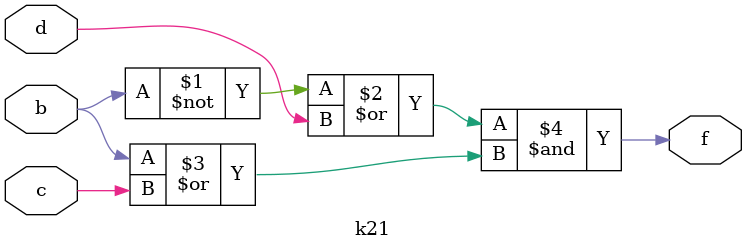
<source format=v>
module k21(b,c,d,f);
    input b,c,d;
    output f;
    assign f = (~b|d)&(b|c);
endmodule

</source>
